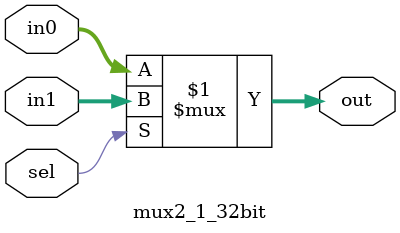
<source format=v>
/*
* mux2_1_32bit is a module that selects one of two 32-bit inputs.
*
* Input:
*     in0 (32bit) - The value to select if sel is 0
*     in1 (32bit) - The value to select if sel is 1
*     sel (1bit)  - The selector
*
* Output:
*     out (32bit) - The chosen value
*/
module mux2_1_32bit(input [31:0] in0, in1,
                   input sel,
                   output [31:0] out);
 
    assign out = (sel ? in1 : in0);
  
endmodule
</source>
